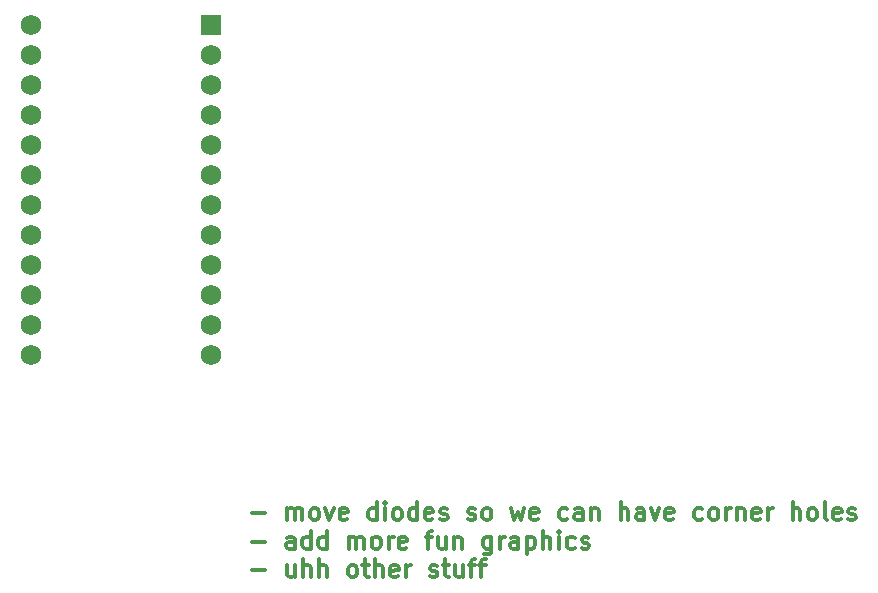
<source format=gbr>
%TF.GenerationSoftware,KiCad,Pcbnew,9.0.3-1.fc42*%
%TF.CreationDate,2025-08-27T16:52:14-04:00*%
%TF.ProjectId,48ish_soldered,34386973-685f-4736-9f6c-64657265642e,v1.0.0*%
%TF.SameCoordinates,Original*%
%TF.FileFunction,Legend,Top*%
%TF.FilePolarity,Positive*%
%FSLAX46Y46*%
G04 Gerber Fmt 4.6, Leading zero omitted, Abs format (unit mm)*
G04 Created by KiCad (PCBNEW 9.0.3-1.fc42) date 2025-08-27 16:52:14*
%MOMM*%
%LPD*%
G01*
G04 APERTURE LIST*
%ADD10C,0.300000*%
%ADD11R,1.752600X1.752600*%
%ADD12C,1.752600*%
G04 APERTURE END LIST*
D10*
X29054510Y31100432D02*
X30197368Y31100432D01*
X32054510Y30529003D02*
X32054510Y31529003D01*
X32054510Y31386146D02*
X32125939Y31457574D01*
X32125939Y31457574D02*
X32268796Y31529003D01*
X32268796Y31529003D02*
X32483082Y31529003D01*
X32483082Y31529003D02*
X32625939Y31457574D01*
X32625939Y31457574D02*
X32697368Y31314717D01*
X32697368Y31314717D02*
X32697368Y30529003D01*
X32697368Y31314717D02*
X32768796Y31457574D01*
X32768796Y31457574D02*
X32911653Y31529003D01*
X32911653Y31529003D02*
X33125939Y31529003D01*
X33125939Y31529003D02*
X33268796Y31457574D01*
X33268796Y31457574D02*
X33340225Y31314717D01*
X33340225Y31314717D02*
X33340225Y30529003D01*
X34268796Y30529003D02*
X34125939Y30600432D01*
X34125939Y30600432D02*
X34054510Y30671860D01*
X34054510Y30671860D02*
X33983082Y30814717D01*
X33983082Y30814717D02*
X33983082Y31243289D01*
X33983082Y31243289D02*
X34054510Y31386146D01*
X34054510Y31386146D02*
X34125939Y31457574D01*
X34125939Y31457574D02*
X34268796Y31529003D01*
X34268796Y31529003D02*
X34483082Y31529003D01*
X34483082Y31529003D02*
X34625939Y31457574D01*
X34625939Y31457574D02*
X34697368Y31386146D01*
X34697368Y31386146D02*
X34768796Y31243289D01*
X34768796Y31243289D02*
X34768796Y30814717D01*
X34768796Y30814717D02*
X34697368Y30671860D01*
X34697368Y30671860D02*
X34625939Y30600432D01*
X34625939Y30600432D02*
X34483082Y30529003D01*
X34483082Y30529003D02*
X34268796Y30529003D01*
X35268796Y31529003D02*
X35625939Y30529003D01*
X35625939Y30529003D02*
X35983082Y31529003D01*
X37125939Y30600432D02*
X36983082Y30529003D01*
X36983082Y30529003D02*
X36697368Y30529003D01*
X36697368Y30529003D02*
X36554510Y30600432D01*
X36554510Y30600432D02*
X36483082Y30743289D01*
X36483082Y30743289D02*
X36483082Y31314717D01*
X36483082Y31314717D02*
X36554510Y31457574D01*
X36554510Y31457574D02*
X36697368Y31529003D01*
X36697368Y31529003D02*
X36983082Y31529003D01*
X36983082Y31529003D02*
X37125939Y31457574D01*
X37125939Y31457574D02*
X37197368Y31314717D01*
X37197368Y31314717D02*
X37197368Y31171860D01*
X37197368Y31171860D02*
X36483082Y31029003D01*
X39625939Y30529003D02*
X39625939Y32029003D01*
X39625939Y30600432D02*
X39483081Y30529003D01*
X39483081Y30529003D02*
X39197367Y30529003D01*
X39197367Y30529003D02*
X39054510Y30600432D01*
X39054510Y30600432D02*
X38983081Y30671860D01*
X38983081Y30671860D02*
X38911653Y30814717D01*
X38911653Y30814717D02*
X38911653Y31243289D01*
X38911653Y31243289D02*
X38983081Y31386146D01*
X38983081Y31386146D02*
X39054510Y31457574D01*
X39054510Y31457574D02*
X39197367Y31529003D01*
X39197367Y31529003D02*
X39483081Y31529003D01*
X39483081Y31529003D02*
X39625939Y31457574D01*
X40340224Y30529003D02*
X40340224Y31529003D01*
X40340224Y32029003D02*
X40268796Y31957574D01*
X40268796Y31957574D02*
X40340224Y31886146D01*
X40340224Y31886146D02*
X40411653Y31957574D01*
X40411653Y31957574D02*
X40340224Y32029003D01*
X40340224Y32029003D02*
X40340224Y31886146D01*
X41268796Y30529003D02*
X41125939Y30600432D01*
X41125939Y30600432D02*
X41054510Y30671860D01*
X41054510Y30671860D02*
X40983082Y30814717D01*
X40983082Y30814717D02*
X40983082Y31243289D01*
X40983082Y31243289D02*
X41054510Y31386146D01*
X41054510Y31386146D02*
X41125939Y31457574D01*
X41125939Y31457574D02*
X41268796Y31529003D01*
X41268796Y31529003D02*
X41483082Y31529003D01*
X41483082Y31529003D02*
X41625939Y31457574D01*
X41625939Y31457574D02*
X41697368Y31386146D01*
X41697368Y31386146D02*
X41768796Y31243289D01*
X41768796Y31243289D02*
X41768796Y30814717D01*
X41768796Y30814717D02*
X41697368Y30671860D01*
X41697368Y30671860D02*
X41625939Y30600432D01*
X41625939Y30600432D02*
X41483082Y30529003D01*
X41483082Y30529003D02*
X41268796Y30529003D01*
X43054511Y30529003D02*
X43054511Y32029003D01*
X43054511Y30600432D02*
X42911653Y30529003D01*
X42911653Y30529003D02*
X42625939Y30529003D01*
X42625939Y30529003D02*
X42483082Y30600432D01*
X42483082Y30600432D02*
X42411653Y30671860D01*
X42411653Y30671860D02*
X42340225Y30814717D01*
X42340225Y30814717D02*
X42340225Y31243289D01*
X42340225Y31243289D02*
X42411653Y31386146D01*
X42411653Y31386146D02*
X42483082Y31457574D01*
X42483082Y31457574D02*
X42625939Y31529003D01*
X42625939Y31529003D02*
X42911653Y31529003D01*
X42911653Y31529003D02*
X43054511Y31457574D01*
X44340225Y30600432D02*
X44197368Y30529003D01*
X44197368Y30529003D02*
X43911654Y30529003D01*
X43911654Y30529003D02*
X43768796Y30600432D01*
X43768796Y30600432D02*
X43697368Y30743289D01*
X43697368Y30743289D02*
X43697368Y31314717D01*
X43697368Y31314717D02*
X43768796Y31457574D01*
X43768796Y31457574D02*
X43911654Y31529003D01*
X43911654Y31529003D02*
X44197368Y31529003D01*
X44197368Y31529003D02*
X44340225Y31457574D01*
X44340225Y31457574D02*
X44411654Y31314717D01*
X44411654Y31314717D02*
X44411654Y31171860D01*
X44411654Y31171860D02*
X43697368Y31029003D01*
X44983082Y30600432D02*
X45125939Y30529003D01*
X45125939Y30529003D02*
X45411653Y30529003D01*
X45411653Y30529003D02*
X45554510Y30600432D01*
X45554510Y30600432D02*
X45625939Y30743289D01*
X45625939Y30743289D02*
X45625939Y30814717D01*
X45625939Y30814717D02*
X45554510Y30957574D01*
X45554510Y30957574D02*
X45411653Y31029003D01*
X45411653Y31029003D02*
X45197368Y31029003D01*
X45197368Y31029003D02*
X45054510Y31100432D01*
X45054510Y31100432D02*
X44983082Y31243289D01*
X44983082Y31243289D02*
X44983082Y31314717D01*
X44983082Y31314717D02*
X45054510Y31457574D01*
X45054510Y31457574D02*
X45197368Y31529003D01*
X45197368Y31529003D02*
X45411653Y31529003D01*
X45411653Y31529003D02*
X45554510Y31457574D01*
X47340225Y30600432D02*
X47483082Y30529003D01*
X47483082Y30529003D02*
X47768796Y30529003D01*
X47768796Y30529003D02*
X47911653Y30600432D01*
X47911653Y30600432D02*
X47983082Y30743289D01*
X47983082Y30743289D02*
X47983082Y30814717D01*
X47983082Y30814717D02*
X47911653Y30957574D01*
X47911653Y30957574D02*
X47768796Y31029003D01*
X47768796Y31029003D02*
X47554511Y31029003D01*
X47554511Y31029003D02*
X47411653Y31100432D01*
X47411653Y31100432D02*
X47340225Y31243289D01*
X47340225Y31243289D02*
X47340225Y31314717D01*
X47340225Y31314717D02*
X47411653Y31457574D01*
X47411653Y31457574D02*
X47554511Y31529003D01*
X47554511Y31529003D02*
X47768796Y31529003D01*
X47768796Y31529003D02*
X47911653Y31457574D01*
X48840225Y30529003D02*
X48697368Y30600432D01*
X48697368Y30600432D02*
X48625939Y30671860D01*
X48625939Y30671860D02*
X48554511Y30814717D01*
X48554511Y30814717D02*
X48554511Y31243289D01*
X48554511Y31243289D02*
X48625939Y31386146D01*
X48625939Y31386146D02*
X48697368Y31457574D01*
X48697368Y31457574D02*
X48840225Y31529003D01*
X48840225Y31529003D02*
X49054511Y31529003D01*
X49054511Y31529003D02*
X49197368Y31457574D01*
X49197368Y31457574D02*
X49268797Y31386146D01*
X49268797Y31386146D02*
X49340225Y31243289D01*
X49340225Y31243289D02*
X49340225Y30814717D01*
X49340225Y30814717D02*
X49268797Y30671860D01*
X49268797Y30671860D02*
X49197368Y30600432D01*
X49197368Y30600432D02*
X49054511Y30529003D01*
X49054511Y30529003D02*
X48840225Y30529003D01*
X50983082Y31529003D02*
X51268797Y30529003D01*
X51268797Y30529003D02*
X51554511Y31243289D01*
X51554511Y31243289D02*
X51840225Y30529003D01*
X51840225Y30529003D02*
X52125939Y31529003D01*
X53268797Y30600432D02*
X53125940Y30529003D01*
X53125940Y30529003D02*
X52840226Y30529003D01*
X52840226Y30529003D02*
X52697368Y30600432D01*
X52697368Y30600432D02*
X52625940Y30743289D01*
X52625940Y30743289D02*
X52625940Y31314717D01*
X52625940Y31314717D02*
X52697368Y31457574D01*
X52697368Y31457574D02*
X52840226Y31529003D01*
X52840226Y31529003D02*
X53125940Y31529003D01*
X53125940Y31529003D02*
X53268797Y31457574D01*
X53268797Y31457574D02*
X53340226Y31314717D01*
X53340226Y31314717D02*
X53340226Y31171860D01*
X53340226Y31171860D02*
X52625940Y31029003D01*
X55768797Y30600432D02*
X55625939Y30529003D01*
X55625939Y30529003D02*
X55340225Y30529003D01*
X55340225Y30529003D02*
X55197368Y30600432D01*
X55197368Y30600432D02*
X55125939Y30671860D01*
X55125939Y30671860D02*
X55054511Y30814717D01*
X55054511Y30814717D02*
X55054511Y31243289D01*
X55054511Y31243289D02*
X55125939Y31386146D01*
X55125939Y31386146D02*
X55197368Y31457574D01*
X55197368Y31457574D02*
X55340225Y31529003D01*
X55340225Y31529003D02*
X55625939Y31529003D01*
X55625939Y31529003D02*
X55768797Y31457574D01*
X57054511Y30529003D02*
X57054511Y31314717D01*
X57054511Y31314717D02*
X56983082Y31457574D01*
X56983082Y31457574D02*
X56840225Y31529003D01*
X56840225Y31529003D02*
X56554511Y31529003D01*
X56554511Y31529003D02*
X56411653Y31457574D01*
X57054511Y30600432D02*
X56911653Y30529003D01*
X56911653Y30529003D02*
X56554511Y30529003D01*
X56554511Y30529003D02*
X56411653Y30600432D01*
X56411653Y30600432D02*
X56340225Y30743289D01*
X56340225Y30743289D02*
X56340225Y30886146D01*
X56340225Y30886146D02*
X56411653Y31029003D01*
X56411653Y31029003D02*
X56554511Y31100432D01*
X56554511Y31100432D02*
X56911653Y31100432D01*
X56911653Y31100432D02*
X57054511Y31171860D01*
X57768796Y31529003D02*
X57768796Y30529003D01*
X57768796Y31386146D02*
X57840225Y31457574D01*
X57840225Y31457574D02*
X57983082Y31529003D01*
X57983082Y31529003D02*
X58197368Y31529003D01*
X58197368Y31529003D02*
X58340225Y31457574D01*
X58340225Y31457574D02*
X58411654Y31314717D01*
X58411654Y31314717D02*
X58411654Y30529003D01*
X60268796Y30529003D02*
X60268796Y32029003D01*
X60911654Y30529003D02*
X60911654Y31314717D01*
X60911654Y31314717D02*
X60840225Y31457574D01*
X60840225Y31457574D02*
X60697368Y31529003D01*
X60697368Y31529003D02*
X60483082Y31529003D01*
X60483082Y31529003D02*
X60340225Y31457574D01*
X60340225Y31457574D02*
X60268796Y31386146D01*
X62268797Y30529003D02*
X62268797Y31314717D01*
X62268797Y31314717D02*
X62197368Y31457574D01*
X62197368Y31457574D02*
X62054511Y31529003D01*
X62054511Y31529003D02*
X61768797Y31529003D01*
X61768797Y31529003D02*
X61625939Y31457574D01*
X62268797Y30600432D02*
X62125939Y30529003D01*
X62125939Y30529003D02*
X61768797Y30529003D01*
X61768797Y30529003D02*
X61625939Y30600432D01*
X61625939Y30600432D02*
X61554511Y30743289D01*
X61554511Y30743289D02*
X61554511Y30886146D01*
X61554511Y30886146D02*
X61625939Y31029003D01*
X61625939Y31029003D02*
X61768797Y31100432D01*
X61768797Y31100432D02*
X62125939Y31100432D01*
X62125939Y31100432D02*
X62268797Y31171860D01*
X62840225Y31529003D02*
X63197368Y30529003D01*
X63197368Y30529003D02*
X63554511Y31529003D01*
X64697368Y30600432D02*
X64554511Y30529003D01*
X64554511Y30529003D02*
X64268797Y30529003D01*
X64268797Y30529003D02*
X64125939Y30600432D01*
X64125939Y30600432D02*
X64054511Y30743289D01*
X64054511Y30743289D02*
X64054511Y31314717D01*
X64054511Y31314717D02*
X64125939Y31457574D01*
X64125939Y31457574D02*
X64268797Y31529003D01*
X64268797Y31529003D02*
X64554511Y31529003D01*
X64554511Y31529003D02*
X64697368Y31457574D01*
X64697368Y31457574D02*
X64768797Y31314717D01*
X64768797Y31314717D02*
X64768797Y31171860D01*
X64768797Y31171860D02*
X64054511Y31029003D01*
X67197368Y30600432D02*
X67054510Y30529003D01*
X67054510Y30529003D02*
X66768796Y30529003D01*
X66768796Y30529003D02*
X66625939Y30600432D01*
X66625939Y30600432D02*
X66554510Y30671860D01*
X66554510Y30671860D02*
X66483082Y30814717D01*
X66483082Y30814717D02*
X66483082Y31243289D01*
X66483082Y31243289D02*
X66554510Y31386146D01*
X66554510Y31386146D02*
X66625939Y31457574D01*
X66625939Y31457574D02*
X66768796Y31529003D01*
X66768796Y31529003D02*
X67054510Y31529003D01*
X67054510Y31529003D02*
X67197368Y31457574D01*
X68054510Y30529003D02*
X67911653Y30600432D01*
X67911653Y30600432D02*
X67840224Y30671860D01*
X67840224Y30671860D02*
X67768796Y30814717D01*
X67768796Y30814717D02*
X67768796Y31243289D01*
X67768796Y31243289D02*
X67840224Y31386146D01*
X67840224Y31386146D02*
X67911653Y31457574D01*
X67911653Y31457574D02*
X68054510Y31529003D01*
X68054510Y31529003D02*
X68268796Y31529003D01*
X68268796Y31529003D02*
X68411653Y31457574D01*
X68411653Y31457574D02*
X68483082Y31386146D01*
X68483082Y31386146D02*
X68554510Y31243289D01*
X68554510Y31243289D02*
X68554510Y30814717D01*
X68554510Y30814717D02*
X68483082Y30671860D01*
X68483082Y30671860D02*
X68411653Y30600432D01*
X68411653Y30600432D02*
X68268796Y30529003D01*
X68268796Y30529003D02*
X68054510Y30529003D01*
X69197367Y30529003D02*
X69197367Y31529003D01*
X69197367Y31243289D02*
X69268796Y31386146D01*
X69268796Y31386146D02*
X69340225Y31457574D01*
X69340225Y31457574D02*
X69483082Y31529003D01*
X69483082Y31529003D02*
X69625939Y31529003D01*
X70125938Y31529003D02*
X70125938Y30529003D01*
X70125938Y31386146D02*
X70197367Y31457574D01*
X70197367Y31457574D02*
X70340224Y31529003D01*
X70340224Y31529003D02*
X70554510Y31529003D01*
X70554510Y31529003D02*
X70697367Y31457574D01*
X70697367Y31457574D02*
X70768796Y31314717D01*
X70768796Y31314717D02*
X70768796Y30529003D01*
X72054510Y30600432D02*
X71911653Y30529003D01*
X71911653Y30529003D02*
X71625939Y30529003D01*
X71625939Y30529003D02*
X71483081Y30600432D01*
X71483081Y30600432D02*
X71411653Y30743289D01*
X71411653Y30743289D02*
X71411653Y31314717D01*
X71411653Y31314717D02*
X71483081Y31457574D01*
X71483081Y31457574D02*
X71625939Y31529003D01*
X71625939Y31529003D02*
X71911653Y31529003D01*
X71911653Y31529003D02*
X72054510Y31457574D01*
X72054510Y31457574D02*
X72125939Y31314717D01*
X72125939Y31314717D02*
X72125939Y31171860D01*
X72125939Y31171860D02*
X71411653Y31029003D01*
X72768795Y30529003D02*
X72768795Y31529003D01*
X72768795Y31243289D02*
X72840224Y31386146D01*
X72840224Y31386146D02*
X72911653Y31457574D01*
X72911653Y31457574D02*
X73054510Y31529003D01*
X73054510Y31529003D02*
X73197367Y31529003D01*
X74840223Y30529003D02*
X74840223Y32029003D01*
X75483081Y30529003D02*
X75483081Y31314717D01*
X75483081Y31314717D02*
X75411652Y31457574D01*
X75411652Y31457574D02*
X75268795Y31529003D01*
X75268795Y31529003D02*
X75054509Y31529003D01*
X75054509Y31529003D02*
X74911652Y31457574D01*
X74911652Y31457574D02*
X74840223Y31386146D01*
X76411652Y30529003D02*
X76268795Y30600432D01*
X76268795Y30600432D02*
X76197366Y30671860D01*
X76197366Y30671860D02*
X76125938Y30814717D01*
X76125938Y30814717D02*
X76125938Y31243289D01*
X76125938Y31243289D02*
X76197366Y31386146D01*
X76197366Y31386146D02*
X76268795Y31457574D01*
X76268795Y31457574D02*
X76411652Y31529003D01*
X76411652Y31529003D02*
X76625938Y31529003D01*
X76625938Y31529003D02*
X76768795Y31457574D01*
X76768795Y31457574D02*
X76840224Y31386146D01*
X76840224Y31386146D02*
X76911652Y31243289D01*
X76911652Y31243289D02*
X76911652Y30814717D01*
X76911652Y30814717D02*
X76840224Y30671860D01*
X76840224Y30671860D02*
X76768795Y30600432D01*
X76768795Y30600432D02*
X76625938Y30529003D01*
X76625938Y30529003D02*
X76411652Y30529003D01*
X77768795Y30529003D02*
X77625938Y30600432D01*
X77625938Y30600432D02*
X77554509Y30743289D01*
X77554509Y30743289D02*
X77554509Y32029003D01*
X78911652Y30600432D02*
X78768795Y30529003D01*
X78768795Y30529003D02*
X78483081Y30529003D01*
X78483081Y30529003D02*
X78340223Y30600432D01*
X78340223Y30600432D02*
X78268795Y30743289D01*
X78268795Y30743289D02*
X78268795Y31314717D01*
X78268795Y31314717D02*
X78340223Y31457574D01*
X78340223Y31457574D02*
X78483081Y31529003D01*
X78483081Y31529003D02*
X78768795Y31529003D01*
X78768795Y31529003D02*
X78911652Y31457574D01*
X78911652Y31457574D02*
X78983081Y31314717D01*
X78983081Y31314717D02*
X78983081Y31171860D01*
X78983081Y31171860D02*
X78268795Y31029003D01*
X79554509Y30600432D02*
X79697366Y30529003D01*
X79697366Y30529003D02*
X79983080Y30529003D01*
X79983080Y30529003D02*
X80125937Y30600432D01*
X80125937Y30600432D02*
X80197366Y30743289D01*
X80197366Y30743289D02*
X80197366Y30814717D01*
X80197366Y30814717D02*
X80125937Y30957574D01*
X80125937Y30957574D02*
X79983080Y31029003D01*
X79983080Y31029003D02*
X79768795Y31029003D01*
X79768795Y31029003D02*
X79625937Y31100432D01*
X79625937Y31100432D02*
X79554509Y31243289D01*
X79554509Y31243289D02*
X79554509Y31314717D01*
X79554509Y31314717D02*
X79625937Y31457574D01*
X79625937Y31457574D02*
X79768795Y31529003D01*
X79768795Y31529003D02*
X79983080Y31529003D01*
X79983080Y31529003D02*
X80125937Y31457574D01*
X29054510Y28685516D02*
X30197368Y28685516D01*
X32697368Y28114087D02*
X32697368Y28899801D01*
X32697368Y28899801D02*
X32625939Y29042658D01*
X32625939Y29042658D02*
X32483082Y29114087D01*
X32483082Y29114087D02*
X32197368Y29114087D01*
X32197368Y29114087D02*
X32054510Y29042658D01*
X32697368Y28185516D02*
X32554510Y28114087D01*
X32554510Y28114087D02*
X32197368Y28114087D01*
X32197368Y28114087D02*
X32054510Y28185516D01*
X32054510Y28185516D02*
X31983082Y28328373D01*
X31983082Y28328373D02*
X31983082Y28471230D01*
X31983082Y28471230D02*
X32054510Y28614087D01*
X32054510Y28614087D02*
X32197368Y28685516D01*
X32197368Y28685516D02*
X32554510Y28685516D01*
X32554510Y28685516D02*
X32697368Y28756944D01*
X34054511Y28114087D02*
X34054511Y29614087D01*
X34054511Y28185516D02*
X33911653Y28114087D01*
X33911653Y28114087D02*
X33625939Y28114087D01*
X33625939Y28114087D02*
X33483082Y28185516D01*
X33483082Y28185516D02*
X33411653Y28256944D01*
X33411653Y28256944D02*
X33340225Y28399801D01*
X33340225Y28399801D02*
X33340225Y28828373D01*
X33340225Y28828373D02*
X33411653Y28971230D01*
X33411653Y28971230D02*
X33483082Y29042658D01*
X33483082Y29042658D02*
X33625939Y29114087D01*
X33625939Y29114087D02*
X33911653Y29114087D01*
X33911653Y29114087D02*
X34054511Y29042658D01*
X35411654Y28114087D02*
X35411654Y29614087D01*
X35411654Y28185516D02*
X35268796Y28114087D01*
X35268796Y28114087D02*
X34983082Y28114087D01*
X34983082Y28114087D02*
X34840225Y28185516D01*
X34840225Y28185516D02*
X34768796Y28256944D01*
X34768796Y28256944D02*
X34697368Y28399801D01*
X34697368Y28399801D02*
X34697368Y28828373D01*
X34697368Y28828373D02*
X34768796Y28971230D01*
X34768796Y28971230D02*
X34840225Y29042658D01*
X34840225Y29042658D02*
X34983082Y29114087D01*
X34983082Y29114087D02*
X35268796Y29114087D01*
X35268796Y29114087D02*
X35411654Y29042658D01*
X37268796Y28114087D02*
X37268796Y29114087D01*
X37268796Y28971230D02*
X37340225Y29042658D01*
X37340225Y29042658D02*
X37483082Y29114087D01*
X37483082Y29114087D02*
X37697368Y29114087D01*
X37697368Y29114087D02*
X37840225Y29042658D01*
X37840225Y29042658D02*
X37911654Y28899801D01*
X37911654Y28899801D02*
X37911654Y28114087D01*
X37911654Y28899801D02*
X37983082Y29042658D01*
X37983082Y29042658D02*
X38125939Y29114087D01*
X38125939Y29114087D02*
X38340225Y29114087D01*
X38340225Y29114087D02*
X38483082Y29042658D01*
X38483082Y29042658D02*
X38554511Y28899801D01*
X38554511Y28899801D02*
X38554511Y28114087D01*
X39483082Y28114087D02*
X39340225Y28185516D01*
X39340225Y28185516D02*
X39268796Y28256944D01*
X39268796Y28256944D02*
X39197368Y28399801D01*
X39197368Y28399801D02*
X39197368Y28828373D01*
X39197368Y28828373D02*
X39268796Y28971230D01*
X39268796Y28971230D02*
X39340225Y29042658D01*
X39340225Y29042658D02*
X39483082Y29114087D01*
X39483082Y29114087D02*
X39697368Y29114087D01*
X39697368Y29114087D02*
X39840225Y29042658D01*
X39840225Y29042658D02*
X39911654Y28971230D01*
X39911654Y28971230D02*
X39983082Y28828373D01*
X39983082Y28828373D02*
X39983082Y28399801D01*
X39983082Y28399801D02*
X39911654Y28256944D01*
X39911654Y28256944D02*
X39840225Y28185516D01*
X39840225Y28185516D02*
X39697368Y28114087D01*
X39697368Y28114087D02*
X39483082Y28114087D01*
X40625939Y28114087D02*
X40625939Y29114087D01*
X40625939Y28828373D02*
X40697368Y28971230D01*
X40697368Y28971230D02*
X40768797Y29042658D01*
X40768797Y29042658D02*
X40911654Y29114087D01*
X40911654Y29114087D02*
X41054511Y29114087D01*
X42125939Y28185516D02*
X41983082Y28114087D01*
X41983082Y28114087D02*
X41697368Y28114087D01*
X41697368Y28114087D02*
X41554510Y28185516D01*
X41554510Y28185516D02*
X41483082Y28328373D01*
X41483082Y28328373D02*
X41483082Y28899801D01*
X41483082Y28899801D02*
X41554510Y29042658D01*
X41554510Y29042658D02*
X41697368Y29114087D01*
X41697368Y29114087D02*
X41983082Y29114087D01*
X41983082Y29114087D02*
X42125939Y29042658D01*
X42125939Y29042658D02*
X42197368Y28899801D01*
X42197368Y28899801D02*
X42197368Y28756944D01*
X42197368Y28756944D02*
X41483082Y28614087D01*
X43768796Y29114087D02*
X44340224Y29114087D01*
X43983081Y28114087D02*
X43983081Y29399801D01*
X43983081Y29399801D02*
X44054510Y29542658D01*
X44054510Y29542658D02*
X44197367Y29614087D01*
X44197367Y29614087D02*
X44340224Y29614087D01*
X45483082Y29114087D02*
X45483082Y28114087D01*
X44840224Y29114087D02*
X44840224Y28328373D01*
X44840224Y28328373D02*
X44911653Y28185516D01*
X44911653Y28185516D02*
X45054510Y28114087D01*
X45054510Y28114087D02*
X45268796Y28114087D01*
X45268796Y28114087D02*
X45411653Y28185516D01*
X45411653Y28185516D02*
X45483082Y28256944D01*
X46197367Y29114087D02*
X46197367Y28114087D01*
X46197367Y28971230D02*
X46268796Y29042658D01*
X46268796Y29042658D02*
X46411653Y29114087D01*
X46411653Y29114087D02*
X46625939Y29114087D01*
X46625939Y29114087D02*
X46768796Y29042658D01*
X46768796Y29042658D02*
X46840225Y28899801D01*
X46840225Y28899801D02*
X46840225Y28114087D01*
X49340225Y29114087D02*
X49340225Y27899801D01*
X49340225Y27899801D02*
X49268796Y27756944D01*
X49268796Y27756944D02*
X49197367Y27685516D01*
X49197367Y27685516D02*
X49054510Y27614087D01*
X49054510Y27614087D02*
X48840225Y27614087D01*
X48840225Y27614087D02*
X48697367Y27685516D01*
X49340225Y28185516D02*
X49197367Y28114087D01*
X49197367Y28114087D02*
X48911653Y28114087D01*
X48911653Y28114087D02*
X48768796Y28185516D01*
X48768796Y28185516D02*
X48697367Y28256944D01*
X48697367Y28256944D02*
X48625939Y28399801D01*
X48625939Y28399801D02*
X48625939Y28828373D01*
X48625939Y28828373D02*
X48697367Y28971230D01*
X48697367Y28971230D02*
X48768796Y29042658D01*
X48768796Y29042658D02*
X48911653Y29114087D01*
X48911653Y29114087D02*
X49197367Y29114087D01*
X49197367Y29114087D02*
X49340225Y29042658D01*
X50054510Y28114087D02*
X50054510Y29114087D01*
X50054510Y28828373D02*
X50125939Y28971230D01*
X50125939Y28971230D02*
X50197368Y29042658D01*
X50197368Y29042658D02*
X50340225Y29114087D01*
X50340225Y29114087D02*
X50483082Y29114087D01*
X51625939Y28114087D02*
X51625939Y28899801D01*
X51625939Y28899801D02*
X51554510Y29042658D01*
X51554510Y29042658D02*
X51411653Y29114087D01*
X51411653Y29114087D02*
X51125939Y29114087D01*
X51125939Y29114087D02*
X50983081Y29042658D01*
X51625939Y28185516D02*
X51483081Y28114087D01*
X51483081Y28114087D02*
X51125939Y28114087D01*
X51125939Y28114087D02*
X50983081Y28185516D01*
X50983081Y28185516D02*
X50911653Y28328373D01*
X50911653Y28328373D02*
X50911653Y28471230D01*
X50911653Y28471230D02*
X50983081Y28614087D01*
X50983081Y28614087D02*
X51125939Y28685516D01*
X51125939Y28685516D02*
X51483081Y28685516D01*
X51483081Y28685516D02*
X51625939Y28756944D01*
X52340224Y29114087D02*
X52340224Y27614087D01*
X52340224Y29042658D02*
X52483082Y29114087D01*
X52483082Y29114087D02*
X52768796Y29114087D01*
X52768796Y29114087D02*
X52911653Y29042658D01*
X52911653Y29042658D02*
X52983082Y28971230D01*
X52983082Y28971230D02*
X53054510Y28828373D01*
X53054510Y28828373D02*
X53054510Y28399801D01*
X53054510Y28399801D02*
X52983082Y28256944D01*
X52983082Y28256944D02*
X52911653Y28185516D01*
X52911653Y28185516D02*
X52768796Y28114087D01*
X52768796Y28114087D02*
X52483082Y28114087D01*
X52483082Y28114087D02*
X52340224Y28185516D01*
X53697367Y28114087D02*
X53697367Y29614087D01*
X54340225Y28114087D02*
X54340225Y28899801D01*
X54340225Y28899801D02*
X54268796Y29042658D01*
X54268796Y29042658D02*
X54125939Y29114087D01*
X54125939Y29114087D02*
X53911653Y29114087D01*
X53911653Y29114087D02*
X53768796Y29042658D01*
X53768796Y29042658D02*
X53697367Y28971230D01*
X55054510Y28114087D02*
X55054510Y29114087D01*
X55054510Y29614087D02*
X54983082Y29542658D01*
X54983082Y29542658D02*
X55054510Y29471230D01*
X55054510Y29471230D02*
X55125939Y29542658D01*
X55125939Y29542658D02*
X55054510Y29614087D01*
X55054510Y29614087D02*
X55054510Y29471230D01*
X56411654Y28185516D02*
X56268796Y28114087D01*
X56268796Y28114087D02*
X55983082Y28114087D01*
X55983082Y28114087D02*
X55840225Y28185516D01*
X55840225Y28185516D02*
X55768796Y28256944D01*
X55768796Y28256944D02*
X55697368Y28399801D01*
X55697368Y28399801D02*
X55697368Y28828373D01*
X55697368Y28828373D02*
X55768796Y28971230D01*
X55768796Y28971230D02*
X55840225Y29042658D01*
X55840225Y29042658D02*
X55983082Y29114087D01*
X55983082Y29114087D02*
X56268796Y29114087D01*
X56268796Y29114087D02*
X56411654Y29042658D01*
X56983082Y28185516D02*
X57125939Y28114087D01*
X57125939Y28114087D02*
X57411653Y28114087D01*
X57411653Y28114087D02*
X57554510Y28185516D01*
X57554510Y28185516D02*
X57625939Y28328373D01*
X57625939Y28328373D02*
X57625939Y28399801D01*
X57625939Y28399801D02*
X57554510Y28542658D01*
X57554510Y28542658D02*
X57411653Y28614087D01*
X57411653Y28614087D02*
X57197368Y28614087D01*
X57197368Y28614087D02*
X57054510Y28685516D01*
X57054510Y28685516D02*
X56983082Y28828373D01*
X56983082Y28828373D02*
X56983082Y28899801D01*
X56983082Y28899801D02*
X57054510Y29042658D01*
X57054510Y29042658D02*
X57197368Y29114087D01*
X57197368Y29114087D02*
X57411653Y29114087D01*
X57411653Y29114087D02*
X57554510Y29042658D01*
X29054510Y26270600D02*
X30197368Y26270600D01*
X32697368Y26699171D02*
X32697368Y25699171D01*
X32054510Y26699171D02*
X32054510Y25913457D01*
X32054510Y25913457D02*
X32125939Y25770600D01*
X32125939Y25770600D02*
X32268796Y25699171D01*
X32268796Y25699171D02*
X32483082Y25699171D01*
X32483082Y25699171D02*
X32625939Y25770600D01*
X32625939Y25770600D02*
X32697368Y25842028D01*
X33411653Y25699171D02*
X33411653Y27199171D01*
X34054511Y25699171D02*
X34054511Y26484885D01*
X34054511Y26484885D02*
X33983082Y26627742D01*
X33983082Y26627742D02*
X33840225Y26699171D01*
X33840225Y26699171D02*
X33625939Y26699171D01*
X33625939Y26699171D02*
X33483082Y26627742D01*
X33483082Y26627742D02*
X33411653Y26556314D01*
X34768796Y25699171D02*
X34768796Y27199171D01*
X35411654Y25699171D02*
X35411654Y26484885D01*
X35411654Y26484885D02*
X35340225Y26627742D01*
X35340225Y26627742D02*
X35197368Y26699171D01*
X35197368Y26699171D02*
X34983082Y26699171D01*
X34983082Y26699171D02*
X34840225Y26627742D01*
X34840225Y26627742D02*
X34768796Y26556314D01*
X37483082Y25699171D02*
X37340225Y25770600D01*
X37340225Y25770600D02*
X37268796Y25842028D01*
X37268796Y25842028D02*
X37197368Y25984885D01*
X37197368Y25984885D02*
X37197368Y26413457D01*
X37197368Y26413457D02*
X37268796Y26556314D01*
X37268796Y26556314D02*
X37340225Y26627742D01*
X37340225Y26627742D02*
X37483082Y26699171D01*
X37483082Y26699171D02*
X37697368Y26699171D01*
X37697368Y26699171D02*
X37840225Y26627742D01*
X37840225Y26627742D02*
X37911654Y26556314D01*
X37911654Y26556314D02*
X37983082Y26413457D01*
X37983082Y26413457D02*
X37983082Y25984885D01*
X37983082Y25984885D02*
X37911654Y25842028D01*
X37911654Y25842028D02*
X37840225Y25770600D01*
X37840225Y25770600D02*
X37697368Y25699171D01*
X37697368Y25699171D02*
X37483082Y25699171D01*
X38411654Y26699171D02*
X38983082Y26699171D01*
X38625939Y27199171D02*
X38625939Y25913457D01*
X38625939Y25913457D02*
X38697368Y25770600D01*
X38697368Y25770600D02*
X38840225Y25699171D01*
X38840225Y25699171D02*
X38983082Y25699171D01*
X39483082Y25699171D02*
X39483082Y27199171D01*
X40125940Y25699171D02*
X40125940Y26484885D01*
X40125940Y26484885D02*
X40054511Y26627742D01*
X40054511Y26627742D02*
X39911654Y26699171D01*
X39911654Y26699171D02*
X39697368Y26699171D01*
X39697368Y26699171D02*
X39554511Y26627742D01*
X39554511Y26627742D02*
X39483082Y26556314D01*
X41411654Y25770600D02*
X41268797Y25699171D01*
X41268797Y25699171D02*
X40983083Y25699171D01*
X40983083Y25699171D02*
X40840225Y25770600D01*
X40840225Y25770600D02*
X40768797Y25913457D01*
X40768797Y25913457D02*
X40768797Y26484885D01*
X40768797Y26484885D02*
X40840225Y26627742D01*
X40840225Y26627742D02*
X40983083Y26699171D01*
X40983083Y26699171D02*
X41268797Y26699171D01*
X41268797Y26699171D02*
X41411654Y26627742D01*
X41411654Y26627742D02*
X41483083Y26484885D01*
X41483083Y26484885D02*
X41483083Y26342028D01*
X41483083Y26342028D02*
X40768797Y26199171D01*
X42125939Y25699171D02*
X42125939Y26699171D01*
X42125939Y26413457D02*
X42197368Y26556314D01*
X42197368Y26556314D02*
X42268797Y26627742D01*
X42268797Y26627742D02*
X42411654Y26699171D01*
X42411654Y26699171D02*
X42554511Y26699171D01*
X44125939Y25770600D02*
X44268796Y25699171D01*
X44268796Y25699171D02*
X44554510Y25699171D01*
X44554510Y25699171D02*
X44697367Y25770600D01*
X44697367Y25770600D02*
X44768796Y25913457D01*
X44768796Y25913457D02*
X44768796Y25984885D01*
X44768796Y25984885D02*
X44697367Y26127742D01*
X44697367Y26127742D02*
X44554510Y26199171D01*
X44554510Y26199171D02*
X44340225Y26199171D01*
X44340225Y26199171D02*
X44197367Y26270600D01*
X44197367Y26270600D02*
X44125939Y26413457D01*
X44125939Y26413457D02*
X44125939Y26484885D01*
X44125939Y26484885D02*
X44197367Y26627742D01*
X44197367Y26627742D02*
X44340225Y26699171D01*
X44340225Y26699171D02*
X44554510Y26699171D01*
X44554510Y26699171D02*
X44697367Y26627742D01*
X45197368Y26699171D02*
X45768796Y26699171D01*
X45411653Y27199171D02*
X45411653Y25913457D01*
X45411653Y25913457D02*
X45483082Y25770600D01*
X45483082Y25770600D02*
X45625939Y25699171D01*
X45625939Y25699171D02*
X45768796Y25699171D01*
X46911654Y26699171D02*
X46911654Y25699171D01*
X46268796Y26699171D02*
X46268796Y25913457D01*
X46268796Y25913457D02*
X46340225Y25770600D01*
X46340225Y25770600D02*
X46483082Y25699171D01*
X46483082Y25699171D02*
X46697368Y25699171D01*
X46697368Y25699171D02*
X46840225Y25770600D01*
X46840225Y25770600D02*
X46911654Y25842028D01*
X47411654Y26699171D02*
X47983082Y26699171D01*
X47625939Y25699171D02*
X47625939Y26984885D01*
X47625939Y26984885D02*
X47697368Y27127742D01*
X47697368Y27127742D02*
X47840225Y27199171D01*
X47840225Y27199171D02*
X47983082Y27199171D01*
X48268797Y26699171D02*
X48840225Y26699171D01*
X48483082Y25699171D02*
X48483082Y26984885D01*
X48483082Y26984885D02*
X48554511Y27127742D01*
X48554511Y27127742D02*
X48697368Y27199171D01*
X48697368Y27199171D02*
X48840225Y27199171D01*
D11*
%TO.C,MCU1*%
X25620000Y72470000D03*
D12*
X25620000Y69930000D03*
X25620000Y67390000D03*
X25620000Y64850000D03*
X25620000Y62310000D03*
X25620000Y59770000D03*
X25620000Y57230000D03*
X25620000Y54690000D03*
X25620000Y52150000D03*
X25620000Y49610000D03*
X25620000Y47070000D03*
X25620000Y44530000D03*
X10380000Y72470000D03*
X10380000Y69930000D03*
X10380000Y67390000D03*
X10380000Y64850000D03*
X10380000Y62310000D03*
X10380000Y59770000D03*
X10380000Y57230000D03*
X10380000Y54690000D03*
X10380000Y52150000D03*
X10380000Y49610000D03*
X10380000Y47070000D03*
X10380000Y44530000D03*
%TD*%
M02*

</source>
